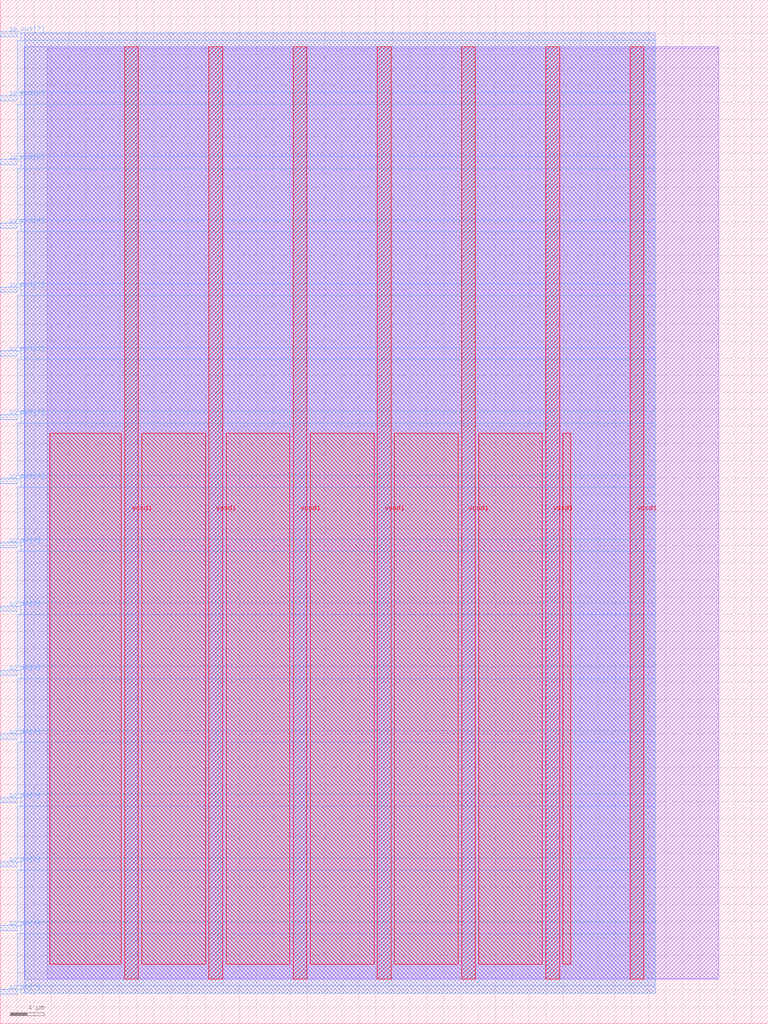
<source format=lef>
VERSION 5.7 ;
  NOWIREEXTENSIONATPIN ON ;
  DIVIDERCHAR "/" ;
  BUSBITCHARS "[]" ;
MACRO meriac_tt02_play_tune
  CLASS BLOCK ;
  FOREIGN meriac_tt02_play_tune ;
  ORIGIN 0.000 0.000 ;
  SIZE 90.000 BY 120.000 ;
  PIN io_in[0]
    DIRECTION INPUT ;
    USE SIGNAL ;
    PORT
      LAYER met3 ;
        RECT 0.000 3.440 2.000 4.040 ;
    END
  END io_in[0]
  PIN io_in[1]
    DIRECTION INPUT ;
    USE SIGNAL ;
    PORT
      LAYER met3 ;
        RECT 0.000 10.920 2.000 11.520 ;
    END
  END io_in[1]
  PIN io_in[2]
    DIRECTION INPUT ;
    USE SIGNAL ;
    PORT
      LAYER met3 ;
        RECT 0.000 18.400 2.000 19.000 ;
    END
  END io_in[2]
  PIN io_in[3]
    DIRECTION INPUT ;
    USE SIGNAL ;
    PORT
      LAYER met3 ;
        RECT 0.000 25.880 2.000 26.480 ;
    END
  END io_in[3]
  PIN io_in[4]
    DIRECTION INPUT ;
    USE SIGNAL ;
    PORT
      LAYER met3 ;
        RECT 0.000 33.360 2.000 33.960 ;
    END
  END io_in[4]
  PIN io_in[5]
    DIRECTION INPUT ;
    USE SIGNAL ;
    PORT
      LAYER met3 ;
        RECT 0.000 40.840 2.000 41.440 ;
    END
  END io_in[5]
  PIN io_in[6]
    DIRECTION INPUT ;
    USE SIGNAL ;
    PORT
      LAYER met3 ;
        RECT 0.000 48.320 2.000 48.920 ;
    END
  END io_in[6]
  PIN io_in[7]
    DIRECTION INPUT ;
    USE SIGNAL ;
    PORT
      LAYER met3 ;
        RECT 0.000 55.800 2.000 56.400 ;
    END
  END io_in[7]
  PIN io_out[0]
    DIRECTION OUTPUT TRISTATE ;
    USE SIGNAL ;
    PORT
      LAYER met3 ;
        RECT 0.000 63.280 2.000 63.880 ;
    END
  END io_out[0]
  PIN io_out[1]
    DIRECTION OUTPUT TRISTATE ;
    USE SIGNAL ;
    PORT
      LAYER met3 ;
        RECT 0.000 70.760 2.000 71.360 ;
    END
  END io_out[1]
  PIN io_out[2]
    DIRECTION OUTPUT TRISTATE ;
    USE SIGNAL ;
    PORT
      LAYER met3 ;
        RECT 0.000 78.240 2.000 78.840 ;
    END
  END io_out[2]
  PIN io_out[3]
    DIRECTION OUTPUT TRISTATE ;
    USE SIGNAL ;
    PORT
      LAYER met3 ;
        RECT 0.000 85.720 2.000 86.320 ;
    END
  END io_out[3]
  PIN io_out[4]
    DIRECTION OUTPUT TRISTATE ;
    USE SIGNAL ;
    PORT
      LAYER met3 ;
        RECT 0.000 93.200 2.000 93.800 ;
    END
  END io_out[4]
  PIN io_out[5]
    DIRECTION OUTPUT TRISTATE ;
    USE SIGNAL ;
    PORT
      LAYER met3 ;
        RECT 0.000 100.680 2.000 101.280 ;
    END
  END io_out[5]
  PIN io_out[6]
    DIRECTION OUTPUT TRISTATE ;
    USE SIGNAL ;
    PORT
      LAYER met3 ;
        RECT 0.000 108.160 2.000 108.760 ;
    END
  END io_out[6]
  PIN io_out[7]
    DIRECTION OUTPUT TRISTATE ;
    USE SIGNAL ;
    PORT
      LAYER met3 ;
        RECT 0.000 115.640 2.000 116.240 ;
    END
  END io_out[7]
  PIN vccd1
    DIRECTION INOUT ;
    USE POWER ;
    PORT
      LAYER met4 ;
        RECT 14.590 5.200 16.190 114.480 ;
    END
    PORT
      LAYER met4 ;
        RECT 34.330 5.200 35.930 114.480 ;
    END
    PORT
      LAYER met4 ;
        RECT 54.070 5.200 55.670 114.480 ;
    END
    PORT
      LAYER met4 ;
        RECT 73.810 5.200 75.410 114.480 ;
    END
  END vccd1
  PIN vssd1
    DIRECTION INOUT ;
    USE GROUND ;
    PORT
      LAYER met4 ;
        RECT 24.460 5.200 26.060 114.480 ;
    END
    PORT
      LAYER met4 ;
        RECT 44.200 5.200 45.800 114.480 ;
    END
    PORT
      LAYER met4 ;
        RECT 63.940 5.200 65.540 114.480 ;
    END
  END vssd1
  OBS
      LAYER li1 ;
        RECT 5.520 5.355 84.180 114.325 ;
      LAYER met1 ;
        RECT 2.830 5.200 84.180 114.480 ;
      LAYER met2 ;
        RECT 2.860 3.555 76.730 116.125 ;
      LAYER met3 ;
        RECT 2.400 115.240 76.755 116.105 ;
        RECT 2.000 109.160 76.755 115.240 ;
        RECT 2.400 107.760 76.755 109.160 ;
        RECT 2.000 101.680 76.755 107.760 ;
        RECT 2.400 100.280 76.755 101.680 ;
        RECT 2.000 94.200 76.755 100.280 ;
        RECT 2.400 92.800 76.755 94.200 ;
        RECT 2.000 86.720 76.755 92.800 ;
        RECT 2.400 85.320 76.755 86.720 ;
        RECT 2.000 79.240 76.755 85.320 ;
        RECT 2.400 77.840 76.755 79.240 ;
        RECT 2.000 71.760 76.755 77.840 ;
        RECT 2.400 70.360 76.755 71.760 ;
        RECT 2.000 64.280 76.755 70.360 ;
        RECT 2.400 62.880 76.755 64.280 ;
        RECT 2.000 56.800 76.755 62.880 ;
        RECT 2.400 55.400 76.755 56.800 ;
        RECT 2.000 49.320 76.755 55.400 ;
        RECT 2.400 47.920 76.755 49.320 ;
        RECT 2.000 41.840 76.755 47.920 ;
        RECT 2.400 40.440 76.755 41.840 ;
        RECT 2.000 34.360 76.755 40.440 ;
        RECT 2.400 32.960 76.755 34.360 ;
        RECT 2.000 26.880 76.755 32.960 ;
        RECT 2.400 25.480 76.755 26.880 ;
        RECT 2.000 19.400 76.755 25.480 ;
        RECT 2.400 18.000 76.755 19.400 ;
        RECT 2.000 11.920 76.755 18.000 ;
        RECT 2.400 10.520 76.755 11.920 ;
        RECT 2.000 4.440 76.755 10.520 ;
        RECT 2.400 3.575 76.755 4.440 ;
      LAYER met4 ;
        RECT 5.815 6.975 14.190 69.185 ;
        RECT 16.590 6.975 24.060 69.185 ;
        RECT 26.460 6.975 33.930 69.185 ;
        RECT 36.330 6.975 43.800 69.185 ;
        RECT 46.200 6.975 53.670 69.185 ;
        RECT 56.070 6.975 63.540 69.185 ;
        RECT 65.940 6.975 66.865 69.185 ;
  END
END meriac_tt02_play_tune
END LIBRARY


</source>
